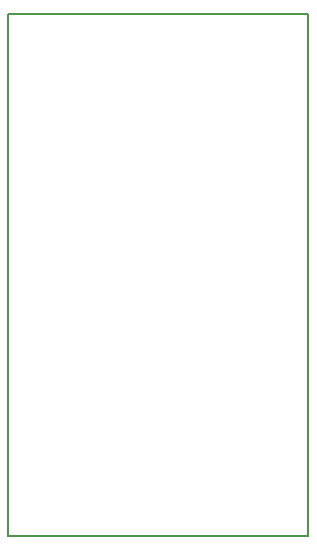
<source format=gbr>
G04 #@! TF.GenerationSoftware,KiCad,Pcbnew,5.0.0*
G04 #@! TF.CreationDate,2018-11-27T11:54:03-08:00*
G04 #@! TF.ProjectId,fanpower,66616E706F7765722E6B696361645F70,rev?*
G04 #@! TF.SameCoordinates,Original*
G04 #@! TF.FileFunction,Profile,NP*
%FSLAX46Y46*%
G04 Gerber Fmt 4.6, Leading zero omitted, Abs format (unit mm)*
G04 Created by KiCad (PCBNEW 5.0.0) date Tue Nov 27 11:54:03 2018*
%MOMM*%
%LPD*%
G01*
G04 APERTURE LIST*
%ADD10C,0.150000*%
G04 APERTURE END LIST*
D10*
X186944000Y-83312000D02*
X186944000Y-127508000D01*
X212344000Y-127508000D02*
X186944000Y-127508000D01*
X212344000Y-83312000D02*
X212344000Y-127508000D01*
X186944000Y-83312000D02*
X212344000Y-83312000D01*
M02*

</source>
